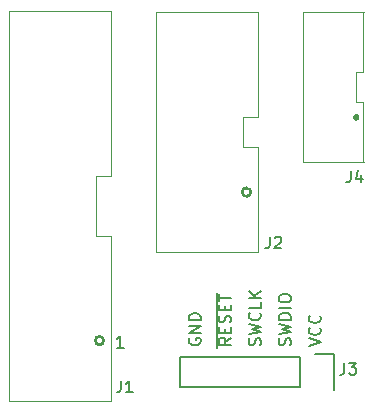
<source format=gto>
%TF.GenerationSoftware,KiCad,Pcbnew,4.0.5-e0-6337~49~ubuntu16.04.1*%
%TF.CreationDate,2017-08-05T15:29:30-07:00*%
%TF.ProjectId,atsamd21g18-jtag-stlinkv2-adapter,617473616D6432316731382D6A746167,1.0*%
%TF.FileFunction,Legend,Top*%
%FSLAX46Y46*%
G04 Gerber Fmt 4.6, Leading zero omitted, Abs format (unit mm)*
G04 Created by KiCad (PCBNEW 4.0.5-e0-6337~49~ubuntu16.04.1) date Sat Aug  5 15:29:30 2017*
%MOMM*%
%LPD*%
G01*
G04 APERTURE LIST*
%ADD10C,0.350000*%
%ADD11C,0.152400*%
%ADD12C,0.150000*%
%ADD13C,0.254000*%
%ADD14C,0.101600*%
%ADD15C,0.049784*%
%ADD16R,1.879600X2.184400*%
%ADD17O,1.879600X2.184400*%
%ADD18C,1.676400*%
%ADD19C,1.168400*%
G04 APERTURE END LIST*
D10*
D11*
X102785333Y-89359619D02*
X102785333Y-90085333D01*
X102736953Y-90230476D01*
X102640191Y-90327238D01*
X102495048Y-90375619D01*
X102398286Y-90375619D01*
X103172381Y-89359619D02*
X103801333Y-89359619D01*
X103462667Y-89746667D01*
X103607809Y-89746667D01*
X103704571Y-89795048D01*
X103752952Y-89843429D01*
X103801333Y-89940190D01*
X103801333Y-90182095D01*
X103752952Y-90278857D01*
X103704571Y-90327238D01*
X103607809Y-90375619D01*
X103317524Y-90375619D01*
X103220762Y-90327238D01*
X103172381Y-90278857D01*
X84110286Y-88089619D02*
X83529715Y-88089619D01*
X83820001Y-88089619D02*
X83820001Y-87073619D01*
X83723239Y-87218762D01*
X83626477Y-87315524D01*
X83529715Y-87363905D01*
X89662000Y-87313105D02*
X89613619Y-87409867D01*
X89613619Y-87555010D01*
X89662000Y-87700152D01*
X89758762Y-87796914D01*
X89855524Y-87845295D01*
X90049048Y-87893676D01*
X90194190Y-87893676D01*
X90387714Y-87845295D01*
X90484476Y-87796914D01*
X90581238Y-87700152D01*
X90629619Y-87555010D01*
X90629619Y-87458248D01*
X90581238Y-87313105D01*
X90532857Y-87264724D01*
X90194190Y-87264724D01*
X90194190Y-87458248D01*
X90629619Y-86829295D02*
X89613619Y-86829295D01*
X90629619Y-86248724D01*
X89613619Y-86248724D01*
X90629619Y-85764914D02*
X89613619Y-85764914D01*
X89613619Y-85523009D01*
X89662000Y-85377867D01*
X89758762Y-85281105D01*
X89855524Y-85232724D01*
X90049048Y-85184343D01*
X90194190Y-85184343D01*
X90387714Y-85232724D01*
X90484476Y-85281105D01*
X90581238Y-85377867D01*
X90629619Y-85523009D01*
X90629619Y-85764914D01*
X93169619Y-87264724D02*
X92685810Y-87603390D01*
X93169619Y-87845295D02*
X92153619Y-87845295D01*
X92153619Y-87458248D01*
X92202000Y-87361486D01*
X92250381Y-87313105D01*
X92347143Y-87264724D01*
X92492286Y-87264724D01*
X92589048Y-87313105D01*
X92637429Y-87361486D01*
X92685810Y-87458248D01*
X92685810Y-87845295D01*
X92637429Y-86829295D02*
X92637429Y-86490629D01*
X93169619Y-86345486D02*
X93169619Y-86829295D01*
X92153619Y-86829295D01*
X92153619Y-86345486D01*
X93121238Y-85958438D02*
X93169619Y-85813295D01*
X93169619Y-85571391D01*
X93121238Y-85474629D01*
X93072857Y-85426248D01*
X92976095Y-85377867D01*
X92879333Y-85377867D01*
X92782571Y-85426248D01*
X92734190Y-85474629D01*
X92685810Y-85571391D01*
X92637429Y-85764914D01*
X92589048Y-85861676D01*
X92540667Y-85910057D01*
X92443905Y-85958438D01*
X92347143Y-85958438D01*
X92250381Y-85910057D01*
X92202000Y-85861676D01*
X92153619Y-85764914D01*
X92153619Y-85523010D01*
X92202000Y-85377867D01*
X92637429Y-84942438D02*
X92637429Y-84603772D01*
X93169619Y-84458629D02*
X93169619Y-84942438D01*
X92153619Y-84942438D01*
X92153619Y-84458629D01*
X92153619Y-84168343D02*
X92153619Y-83587772D01*
X93169619Y-83878057D02*
X92153619Y-83878057D01*
X91978480Y-88087200D02*
X91978480Y-83491010D01*
X95661238Y-87893676D02*
X95709619Y-87748533D01*
X95709619Y-87506629D01*
X95661238Y-87409867D01*
X95612857Y-87361486D01*
X95516095Y-87313105D01*
X95419333Y-87313105D01*
X95322571Y-87361486D01*
X95274190Y-87409867D01*
X95225810Y-87506629D01*
X95177429Y-87700152D01*
X95129048Y-87796914D01*
X95080667Y-87845295D01*
X94983905Y-87893676D01*
X94887143Y-87893676D01*
X94790381Y-87845295D01*
X94742000Y-87796914D01*
X94693619Y-87700152D01*
X94693619Y-87458248D01*
X94742000Y-87313105D01*
X94693619Y-86974438D02*
X95709619Y-86732533D01*
X94983905Y-86539010D01*
X95709619Y-86345486D01*
X94693619Y-86103581D01*
X95612857Y-85135962D02*
X95661238Y-85184343D01*
X95709619Y-85329486D01*
X95709619Y-85426248D01*
X95661238Y-85571390D01*
X95564476Y-85668152D01*
X95467714Y-85716533D01*
X95274190Y-85764914D01*
X95129048Y-85764914D01*
X94935524Y-85716533D01*
X94838762Y-85668152D01*
X94742000Y-85571390D01*
X94693619Y-85426248D01*
X94693619Y-85329486D01*
X94742000Y-85184343D01*
X94790381Y-85135962D01*
X95709619Y-84216724D02*
X95709619Y-84700533D01*
X94693619Y-84700533D01*
X95709619Y-83878057D02*
X94693619Y-83878057D01*
X95709619Y-83297486D02*
X95129048Y-83732914D01*
X94693619Y-83297486D02*
X95274190Y-83878057D01*
X98201238Y-87893676D02*
X98249619Y-87748533D01*
X98249619Y-87506629D01*
X98201238Y-87409867D01*
X98152857Y-87361486D01*
X98056095Y-87313105D01*
X97959333Y-87313105D01*
X97862571Y-87361486D01*
X97814190Y-87409867D01*
X97765810Y-87506629D01*
X97717429Y-87700152D01*
X97669048Y-87796914D01*
X97620667Y-87845295D01*
X97523905Y-87893676D01*
X97427143Y-87893676D01*
X97330381Y-87845295D01*
X97282000Y-87796914D01*
X97233619Y-87700152D01*
X97233619Y-87458248D01*
X97282000Y-87313105D01*
X97233619Y-86974438D02*
X98249619Y-86732533D01*
X97523905Y-86539010D01*
X98249619Y-86345486D01*
X97233619Y-86103581D01*
X98249619Y-85716533D02*
X97233619Y-85716533D01*
X97233619Y-85474628D01*
X97282000Y-85329486D01*
X97378762Y-85232724D01*
X97475524Y-85184343D01*
X97669048Y-85135962D01*
X97814190Y-85135962D01*
X98007714Y-85184343D01*
X98104476Y-85232724D01*
X98201238Y-85329486D01*
X98249619Y-85474628D01*
X98249619Y-85716533D01*
X98249619Y-84700533D02*
X97233619Y-84700533D01*
X97233619Y-84023199D02*
X97233619Y-83829676D01*
X97282000Y-83732914D01*
X97378762Y-83636152D01*
X97572286Y-83587771D01*
X97910952Y-83587771D01*
X98104476Y-83636152D01*
X98201238Y-83732914D01*
X98249619Y-83829676D01*
X98249619Y-84023199D01*
X98201238Y-84119961D01*
X98104476Y-84216723D01*
X97910952Y-84265104D01*
X97572286Y-84265104D01*
X97378762Y-84216723D01*
X97282000Y-84119961D01*
X97233619Y-84023199D01*
X99773619Y-87990438D02*
X100789619Y-87651771D01*
X99773619Y-87313105D01*
X100692857Y-86393867D02*
X100741238Y-86442248D01*
X100789619Y-86587391D01*
X100789619Y-86684153D01*
X100741238Y-86829295D01*
X100644476Y-86926057D01*
X100547714Y-86974438D01*
X100354190Y-87022819D01*
X100209048Y-87022819D01*
X100015524Y-86974438D01*
X99918762Y-86926057D01*
X99822000Y-86829295D01*
X99773619Y-86684153D01*
X99773619Y-86587391D01*
X99822000Y-86442248D01*
X99870381Y-86393867D01*
X100692857Y-85377867D02*
X100741238Y-85426248D01*
X100789619Y-85571391D01*
X100789619Y-85668153D01*
X100741238Y-85813295D01*
X100644476Y-85910057D01*
X100547714Y-85958438D01*
X100354190Y-86006819D01*
X100209048Y-86006819D01*
X100015524Y-85958438D01*
X99918762Y-85910057D01*
X99822000Y-85813295D01*
X99773619Y-85668153D01*
X99773619Y-85571391D01*
X99822000Y-85426248D01*
X99870381Y-85377867D01*
D12*
X100330000Y-88620000D02*
X101880000Y-88620000D01*
X101880000Y-88620000D02*
X101880000Y-91720000D01*
X99060000Y-91440000D02*
X88900000Y-91440000D01*
X88900000Y-91440000D02*
X88900000Y-88900000D01*
X88900000Y-88900000D02*
X99060000Y-88900000D01*
X99060000Y-91440000D02*
X99060000Y-88900000D01*
D13*
X94847210Y-74930000D02*
G75*
G03X94847210Y-74930000I-359210J0D01*
G01*
D14*
X94234000Y-68580000D02*
X95504000Y-68580000D01*
X94234000Y-71120000D02*
X94234000Y-68580000D01*
X95504000Y-71120000D02*
X94234000Y-71120000D01*
X95504000Y-80010000D02*
X95504000Y-71120000D01*
X86868000Y-59690000D02*
X86868000Y-80010000D01*
X95504000Y-80010000D02*
X86868000Y-80010000D01*
X95504000Y-59690000D02*
X86868000Y-59690000D01*
X95504000Y-68580000D02*
X95504000Y-59690000D01*
D13*
X82401210Y-87503000D02*
G75*
G03X82401210Y-87503000I-359210J0D01*
G01*
D14*
X81788000Y-73533000D02*
X83058000Y-73533000D01*
X81788000Y-78613000D02*
X81788000Y-73533000D01*
X83058000Y-78613000D02*
X81788000Y-78613000D01*
X83058000Y-92583000D02*
X83058000Y-78613000D01*
X74422000Y-59563000D02*
X74422000Y-92583000D01*
X83058000Y-92583000D02*
X74422000Y-92583000D01*
X83058000Y-59563000D02*
X74422000Y-59563000D01*
X83058000Y-73533000D02*
X83058000Y-59563000D01*
D15*
X104394000Y-67310000D02*
X103759000Y-67310000D01*
X103759000Y-67310000D02*
X103759000Y-64770000D01*
X99304000Y-59710000D02*
X104404000Y-59710000D01*
X99314000Y-72370000D02*
X99314000Y-59710000D01*
X99314000Y-72370000D02*
X104414000Y-72370000D01*
X104394000Y-72350000D02*
X104394000Y-67310000D01*
D13*
X103938605Y-68580000D02*
G75*
G03X103938605Y-68580000I-179605J0D01*
G01*
D15*
X103759000Y-64770000D02*
X104394000Y-64770000D01*
X104394000Y-59730000D02*
X104394000Y-64770000D01*
D12*
X96440667Y-78700381D02*
X96440667Y-79414667D01*
X96393047Y-79557524D01*
X96297809Y-79652762D01*
X96154952Y-79700381D01*
X96059714Y-79700381D01*
X96869238Y-78795619D02*
X96916857Y-78748000D01*
X97012095Y-78700381D01*
X97250191Y-78700381D01*
X97345429Y-78748000D01*
X97393048Y-78795619D01*
X97440667Y-78890857D01*
X97440667Y-78986095D01*
X97393048Y-79128952D01*
X96821619Y-79700381D01*
X97440667Y-79700381D01*
X83867667Y-90892381D02*
X83867667Y-91606667D01*
X83820047Y-91749524D01*
X83724809Y-91844762D01*
X83581952Y-91892381D01*
X83486714Y-91892381D01*
X84867667Y-91892381D02*
X84296238Y-91892381D01*
X84581952Y-91892381D02*
X84581952Y-90892381D01*
X84486714Y-91035238D01*
X84391476Y-91130476D01*
X84296238Y-91178095D01*
X103298667Y-73112381D02*
X103298667Y-73826667D01*
X103251047Y-73969524D01*
X103155809Y-74064762D01*
X103012952Y-74112381D01*
X102917714Y-74112381D01*
X104203429Y-73445714D02*
X104203429Y-74112381D01*
X103965333Y-73064762D02*
X103727238Y-73779048D01*
X104346286Y-73779048D01*
%LPC*%
D16*
X100330000Y-90170000D03*
D17*
X97790000Y-90170000D03*
X95250000Y-90170000D03*
X92710000Y-90170000D03*
X90170000Y-90170000D03*
D18*
X89916000Y-74930000D03*
X89916000Y-72390000D03*
X89916000Y-69850000D03*
X89916000Y-67310000D03*
X89916000Y-64770000D03*
X92456000Y-74930000D03*
X92456000Y-72390000D03*
X92456000Y-69850000D03*
X92456000Y-67310000D03*
X92456000Y-64770000D03*
X77470000Y-87503000D03*
X77470000Y-84963000D03*
X77470000Y-82423000D03*
X77470000Y-79883000D03*
X77470000Y-77343000D03*
X80010000Y-87503000D03*
X80010000Y-84963000D03*
X80010000Y-82423000D03*
X80010000Y-79883000D03*
X80010000Y-77343000D03*
X80010000Y-67183000D03*
X77470000Y-69723000D03*
X77470000Y-67183000D03*
X77470000Y-64643000D03*
X80010000Y-69723000D03*
X80010000Y-64643000D03*
X80010000Y-72263000D03*
X77470000Y-74803000D03*
X77470000Y-72263000D03*
X80010000Y-74803000D03*
D19*
X101219000Y-68580000D03*
X102489000Y-68580000D03*
X101219000Y-67310000D03*
X102489000Y-67310000D03*
X101219000Y-66040000D03*
X102489000Y-66040000D03*
X101219000Y-64770000D03*
X102489000Y-64770000D03*
X101219000Y-63500000D03*
X102489000Y-63500000D03*
M02*

</source>
